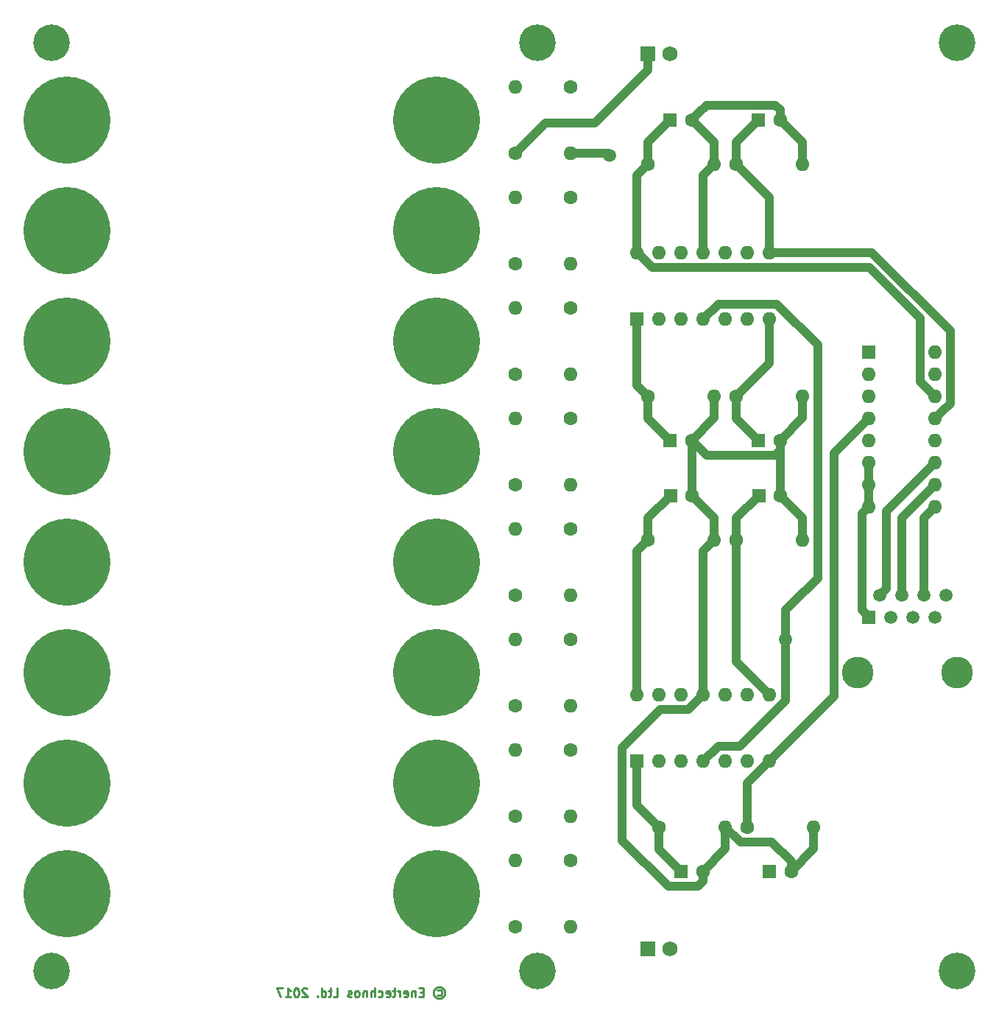
<source format=gbr>
G04 #@! TF.FileFunction,Copper,L2,Bot,Signal*
%FSLAX46Y46*%
G04 Gerber Fmt 4.6, Leading zero omitted, Abs format (unit mm)*
G04 Created by KiCad (PCBNEW 4.0.7) date 01/04/18 14:51:34*
%MOMM*%
%LPD*%
G01*
G04 APERTURE LIST*
%ADD10C,0.100000*%
%ADD11C,0.250000*%
%ADD12C,4.200000*%
%ADD13C,3.650000*%
%ADD14R,1.500000X1.500000*%
%ADD15C,1.500000*%
%ADD16R,1.600000X1.600000*%
%ADD17O,1.600000X1.600000*%
%ADD18C,1.600000*%
%ADD19R,1.750000X1.750000*%
%ADD20C,1.750000*%
%ADD21C,10.000000*%
%ADD22C,1.000000*%
G04 APERTURE END LIST*
D10*
D11*
X49425716Y1579524D02*
X49520954Y1627143D01*
X49711430Y1627143D01*
X49806668Y1579524D01*
X49901906Y1484286D01*
X49949525Y1389048D01*
X49949525Y1198571D01*
X49901906Y1103333D01*
X49806668Y1008095D01*
X49711430Y960476D01*
X49520954Y960476D01*
X49425716Y1008095D01*
X49616192Y1960476D02*
X49854287Y1912857D01*
X50092383Y1770000D01*
X50235240Y1531905D01*
X50282859Y1293810D01*
X50235240Y1055714D01*
X50092383Y817619D01*
X49854287Y674762D01*
X49616192Y627143D01*
X49378097Y674762D01*
X49140002Y817619D01*
X48997145Y1055714D01*
X48949525Y1293810D01*
X48997145Y1531905D01*
X49140002Y1770000D01*
X49378097Y1912857D01*
X49616192Y1960476D01*
X47759049Y1341429D02*
X47425715Y1341429D01*
X47282858Y817619D02*
X47759049Y817619D01*
X47759049Y1817619D01*
X47282858Y1817619D01*
X46854287Y1484286D02*
X46854287Y817619D01*
X46854287Y1389048D02*
X46806668Y1436667D01*
X46711430Y1484286D01*
X46568572Y1484286D01*
X46473334Y1436667D01*
X46425715Y1341429D01*
X46425715Y817619D01*
X45568572Y865238D02*
X45663810Y817619D01*
X45854287Y817619D01*
X45949525Y865238D01*
X45997144Y960476D01*
X45997144Y1341429D01*
X45949525Y1436667D01*
X45854287Y1484286D01*
X45663810Y1484286D01*
X45568572Y1436667D01*
X45520953Y1341429D01*
X45520953Y1246190D01*
X45997144Y1150952D01*
X45092382Y817619D02*
X45092382Y1484286D01*
X45092382Y1293810D02*
X45044763Y1389048D01*
X44997144Y1436667D01*
X44901906Y1484286D01*
X44806667Y1484286D01*
X44616191Y1484286D02*
X44235239Y1484286D01*
X44473334Y1817619D02*
X44473334Y960476D01*
X44425715Y865238D01*
X44330477Y817619D01*
X44235239Y817619D01*
X43520952Y865238D02*
X43616190Y817619D01*
X43806667Y817619D01*
X43901905Y865238D01*
X43949524Y960476D01*
X43949524Y1341429D01*
X43901905Y1436667D01*
X43806667Y1484286D01*
X43616190Y1484286D01*
X43520952Y1436667D01*
X43473333Y1341429D01*
X43473333Y1246190D01*
X43949524Y1150952D01*
X42616190Y865238D02*
X42711428Y817619D01*
X42901905Y817619D01*
X42997143Y865238D01*
X43044762Y912857D01*
X43092381Y1008095D01*
X43092381Y1293810D01*
X43044762Y1389048D01*
X42997143Y1436667D01*
X42901905Y1484286D01*
X42711428Y1484286D01*
X42616190Y1436667D01*
X42187619Y817619D02*
X42187619Y1817619D01*
X41759047Y817619D02*
X41759047Y1341429D01*
X41806666Y1436667D01*
X41901904Y1484286D01*
X42044762Y1484286D01*
X42140000Y1436667D01*
X42187619Y1389048D01*
X41282857Y1484286D02*
X41282857Y817619D01*
X41282857Y1389048D02*
X41235238Y1436667D01*
X41140000Y1484286D01*
X40997142Y1484286D01*
X40901904Y1436667D01*
X40854285Y1341429D01*
X40854285Y817619D01*
X40235238Y817619D02*
X40330476Y865238D01*
X40378095Y912857D01*
X40425714Y1008095D01*
X40425714Y1293810D01*
X40378095Y1389048D01*
X40330476Y1436667D01*
X40235238Y1484286D01*
X40092380Y1484286D01*
X39997142Y1436667D01*
X39949523Y1389048D01*
X39901904Y1293810D01*
X39901904Y1008095D01*
X39949523Y912857D01*
X39997142Y865238D01*
X40092380Y817619D01*
X40235238Y817619D01*
X39520952Y865238D02*
X39425714Y817619D01*
X39235238Y817619D01*
X39139999Y865238D01*
X39092380Y960476D01*
X39092380Y1008095D01*
X39139999Y1103333D01*
X39235238Y1150952D01*
X39378095Y1150952D01*
X39473333Y1198571D01*
X39520952Y1293810D01*
X39520952Y1341429D01*
X39473333Y1436667D01*
X39378095Y1484286D01*
X39235238Y1484286D01*
X39139999Y1436667D01*
X37425713Y817619D02*
X37901904Y817619D01*
X37901904Y1817619D01*
X37235237Y1484286D02*
X36854285Y1484286D01*
X37092380Y1817619D02*
X37092380Y960476D01*
X37044761Y865238D01*
X36949523Y817619D01*
X36854285Y817619D01*
X36092379Y817619D02*
X36092379Y1817619D01*
X36092379Y865238D02*
X36187617Y817619D01*
X36378094Y817619D01*
X36473332Y865238D01*
X36520951Y912857D01*
X36568570Y1008095D01*
X36568570Y1293810D01*
X36520951Y1389048D01*
X36473332Y1436667D01*
X36378094Y1484286D01*
X36187617Y1484286D01*
X36092379Y1436667D01*
X35616189Y912857D02*
X35568570Y865238D01*
X35616189Y817619D01*
X35663808Y865238D01*
X35616189Y912857D01*
X35616189Y817619D01*
X34425713Y1722381D02*
X34378094Y1770000D01*
X34282856Y1817619D01*
X34044760Y1817619D01*
X33949522Y1770000D01*
X33901903Y1722381D01*
X33854284Y1627143D01*
X33854284Y1531905D01*
X33901903Y1389048D01*
X34473332Y817619D01*
X33854284Y817619D01*
X33235237Y1817619D02*
X33139998Y1817619D01*
X33044760Y1770000D01*
X32997141Y1722381D01*
X32949522Y1627143D01*
X32901903Y1436667D01*
X32901903Y1198571D01*
X32949522Y1008095D01*
X32997141Y912857D01*
X33044760Y865238D01*
X33139998Y817619D01*
X33235237Y817619D01*
X33330475Y865238D01*
X33378094Y912857D01*
X33425713Y1008095D01*
X33473332Y1198571D01*
X33473332Y1436667D01*
X33425713Y1627143D01*
X33378094Y1722381D01*
X33330475Y1770000D01*
X33235237Y1817619D01*
X31949522Y817619D02*
X32520951Y817619D01*
X32235237Y817619D02*
X32235237Y1817619D01*
X32330475Y1674762D01*
X32425713Y1579524D01*
X32520951Y1531905D01*
X31616189Y1817619D02*
X30949522Y1817619D01*
X31378094Y817619D01*
D12*
X60960000Y3810000D03*
X60960000Y110490000D03*
X5080000Y110490000D03*
X109220000Y110490000D03*
X109220000Y3810000D03*
D13*
X109220000Y38100000D03*
X97790000Y38100000D03*
D14*
X99060000Y44450000D03*
D15*
X100330000Y46990000D03*
X101600000Y44450000D03*
X102870000Y46990000D03*
X104140000Y44450000D03*
X105410000Y46990000D03*
X106680000Y44450000D03*
X107950000Y46990000D03*
D16*
X72390000Y27940000D03*
D17*
X87630000Y35560000D03*
X74930000Y27940000D03*
X85090000Y35560000D03*
X77470000Y27940000D03*
X82550000Y35560000D03*
X80010000Y27940000D03*
X80010000Y35560000D03*
X82550000Y27940000D03*
X77470000Y35560000D03*
X85090000Y27940000D03*
X74930000Y35560000D03*
X87630000Y27940000D03*
X72390000Y35560000D03*
D18*
X58420000Y59690000D03*
D17*
X58420000Y67310000D03*
D18*
X64770000Y67310000D03*
D17*
X64770000Y59690000D03*
D18*
X58420000Y72390000D03*
D17*
X58420000Y80010000D03*
D18*
X64770000Y80010000D03*
D17*
X64770000Y72390000D03*
D18*
X58420000Y85090000D03*
D17*
X58420000Y92710000D03*
D18*
X64770000Y92710000D03*
D17*
X64770000Y85090000D03*
D18*
X58420000Y97790000D03*
D17*
X58420000Y105410000D03*
D18*
X64770000Y105410000D03*
D17*
X64770000Y97790000D03*
D18*
X58420000Y8890000D03*
D17*
X58420000Y16510000D03*
D18*
X64770000Y16510000D03*
D17*
X64770000Y8890000D03*
D18*
X58420000Y21590000D03*
D17*
X58420000Y29210000D03*
D18*
X64770000Y29210000D03*
D17*
X64770000Y21590000D03*
D18*
X58420000Y34290000D03*
D17*
X58420000Y41910000D03*
D18*
X64770000Y41910000D03*
D17*
X64770000Y34290000D03*
D18*
X58420000Y46990000D03*
D17*
X58420000Y54610000D03*
D18*
X64770000Y54610000D03*
D17*
X64770000Y46990000D03*
D16*
X72390000Y78740000D03*
D17*
X87630000Y86360000D03*
X74930000Y78740000D03*
X85090000Y86360000D03*
X77470000Y78740000D03*
X82550000Y86360000D03*
X80010000Y78740000D03*
X80010000Y86360000D03*
X82550000Y78740000D03*
X77470000Y86360000D03*
X85090000Y78740000D03*
X74930000Y86360000D03*
X87630000Y78740000D03*
X72390000Y86360000D03*
D12*
X5080000Y3810000D03*
D16*
X86360000Y64770000D03*
D18*
X88860000Y64770000D03*
D16*
X76200000Y64770000D03*
D18*
X78700000Y64770000D03*
D16*
X76200000Y101600000D03*
D18*
X78700000Y101600000D03*
D16*
X86360000Y101600000D03*
D18*
X88860000Y101600000D03*
D16*
X87630000Y15240000D03*
D18*
X90130000Y15240000D03*
D16*
X77470000Y15240000D03*
D18*
X79970000Y15240000D03*
D16*
X76240000Y58420000D03*
D18*
X78740000Y58420000D03*
D16*
X86400000Y58420000D03*
D18*
X88900000Y58420000D03*
D19*
X73660000Y109220000D03*
D20*
X76160000Y109220000D03*
D18*
X83820000Y69850000D03*
D17*
X91440000Y69850000D03*
D18*
X73660000Y69850000D03*
D17*
X81280000Y69850000D03*
D18*
X73660000Y96520000D03*
D17*
X81280000Y96520000D03*
D18*
X83820000Y96520000D03*
D17*
X91440000Y96520000D03*
D18*
X85090000Y20320000D03*
D17*
X92710000Y20320000D03*
D18*
X74930000Y20320000D03*
D17*
X82550000Y20320000D03*
D18*
X73660000Y53340000D03*
D17*
X81280000Y53340000D03*
D18*
X83820000Y53340000D03*
D17*
X91440000Y53340000D03*
D19*
X73660000Y6350000D03*
D20*
X76160000Y6350000D03*
D21*
X49350000Y101600000D03*
X6850000Y101600000D03*
X49350000Y88900000D03*
X6850000Y88900000D03*
X49350000Y76200000D03*
X6850000Y76200000D03*
X49350000Y63500000D03*
X6850000Y63500000D03*
X49350000Y50800000D03*
X6850000Y50800000D03*
X49350000Y38100000D03*
X6850000Y38100000D03*
X49350000Y25400000D03*
X6850000Y25400000D03*
X49350000Y12700000D03*
X6850000Y12700000D03*
D16*
X99060000Y74930000D03*
D17*
X106680000Y57150000D03*
X99060000Y72390000D03*
X106680000Y59690000D03*
X99060000Y69850000D03*
X106680000Y62230000D03*
X99060000Y67310000D03*
X106680000Y64770000D03*
X99060000Y64770000D03*
X106680000Y67310000D03*
X99060000Y62230000D03*
X106680000Y69850000D03*
X99060000Y59690000D03*
X106680000Y72390000D03*
X99060000Y57150000D03*
X106680000Y74930000D03*
D15*
X69228556Y97485043D03*
X89458373Y41910000D03*
D22*
X73660000Y109220000D02*
X73660000Y107345000D01*
X73660000Y107345000D02*
X67557494Y101242494D01*
X67557494Y101242494D02*
X61872494Y101242494D01*
X61872494Y101242494D02*
X58420000Y97790000D01*
X68923599Y97790000D02*
X69228556Y97485043D01*
X64770000Y97790000D02*
X68923599Y97790000D01*
X99060000Y59690000D02*
X99060000Y57150000D01*
X99060000Y62230000D02*
X99060000Y59690000D01*
X99060000Y44450000D02*
X98260001Y45249999D01*
X98260001Y45249999D02*
X98260001Y56350001D01*
X98260001Y56350001D02*
X99060000Y57150000D01*
X80010000Y35560000D02*
X78309999Y33859999D01*
X75949999Y13539999D02*
X79401369Y13539999D01*
X78309999Y33859999D02*
X75089997Y33859999D01*
X75089997Y33859999D02*
X70689999Y29460001D01*
X70689999Y29460001D02*
X70689999Y18799999D01*
X70689999Y18799999D02*
X75949999Y13539999D01*
X79401369Y13539999D02*
X79970000Y14108630D01*
X79970000Y14108630D02*
X79970000Y15240000D01*
X80010000Y86360000D02*
X80010000Y95250000D01*
X80010000Y95250000D02*
X81280000Y96520000D01*
X78740000Y58420000D02*
X78740000Y64730000D01*
X78740000Y64730000D02*
X78700000Y64770000D01*
X88900000Y58420000D02*
X88900000Y64730000D01*
X88900000Y64730000D02*
X88860000Y64770000D01*
X91440000Y53340000D02*
X91440000Y55880000D01*
X91440000Y55880000D02*
X88900000Y58420000D01*
X81280000Y53340000D02*
X81280000Y55880000D01*
X81280000Y55880000D02*
X78740000Y58420000D01*
X80010000Y35560000D02*
X80010000Y52070000D01*
X80010000Y52070000D02*
X81280000Y53340000D01*
X88860000Y101600000D02*
X88860000Y102731370D01*
X88860000Y102731370D02*
X88291369Y103300001D01*
X88291369Y103300001D02*
X80400001Y103300001D01*
X80400001Y103300001D02*
X79499999Y102399999D01*
X79499999Y102399999D02*
X78700000Y101600000D01*
X91440000Y96520000D02*
X91440000Y99020000D01*
X91440000Y99020000D02*
X88860000Y101600000D01*
X81280000Y96520000D02*
X81280000Y99020000D01*
X81280000Y99020000D02*
X78700000Y101600000D01*
X82550000Y20320000D02*
X84250001Y18619999D01*
X84250001Y18619999D02*
X87881371Y18619999D01*
X87881371Y18619999D02*
X90130000Y16371370D01*
X90130000Y16371370D02*
X90130000Y15240000D01*
X92710000Y20320000D02*
X92710000Y17820000D01*
X92710000Y17820000D02*
X90130000Y15240000D01*
X82550000Y20320000D02*
X82550000Y17820000D01*
X82550000Y17820000D02*
X79970000Y15240000D01*
X88291369Y63069999D02*
X82550000Y63069999D01*
X82550000Y63069999D02*
X80400001Y63069999D01*
X88860000Y64770000D02*
X88860000Y63638630D01*
X88860000Y63638630D02*
X88291369Y63069999D01*
X80400001Y63069999D02*
X79499999Y63970001D01*
X79499999Y63970001D02*
X78700000Y64770000D01*
X91440000Y69850000D02*
X91440000Y67350000D01*
X91440000Y67350000D02*
X88860000Y64770000D01*
X81280000Y69850000D02*
X81280000Y67350000D01*
X81280000Y67350000D02*
X78700000Y64770000D01*
X100330000Y46990000D02*
X101079999Y47739999D01*
X101079999Y47739999D02*
X101079999Y56629999D01*
X101079999Y56629999D02*
X105880001Y61430001D01*
X105880001Y61430001D02*
X106680000Y62230000D01*
X102870000Y46990000D02*
X102870000Y55880000D01*
X102870000Y55880000D02*
X106680000Y59690000D01*
X105410000Y46990000D02*
X105410000Y55880000D01*
X105410000Y55880000D02*
X106680000Y57150000D01*
X87630000Y35560000D02*
X83820000Y39370000D01*
X83820000Y39370000D02*
X83820000Y52208630D01*
X83820000Y52208630D02*
X83820000Y53340000D01*
X83820000Y53340000D02*
X83820000Y55840000D01*
X83820000Y55840000D02*
X86400000Y58420000D01*
X72390000Y27940000D02*
X72390000Y22860000D01*
X72390000Y22860000D02*
X74930000Y20320000D01*
X74930000Y20320000D02*
X74930000Y17780000D01*
X74930000Y17780000D02*
X77470000Y15240000D01*
X85090000Y20320000D02*
X85090000Y25400000D01*
X85090000Y25400000D02*
X87630000Y27940000D01*
X99060000Y67310000D02*
X95064999Y63314999D01*
X95064999Y63314999D02*
X95064999Y35374999D01*
X95064999Y35374999D02*
X88429999Y28739999D01*
X88429999Y28739999D02*
X87630000Y27940000D01*
X83820000Y69850000D02*
X83820000Y67310000D01*
X83820000Y67310000D02*
X86360000Y64770000D01*
X87630000Y78740000D02*
X87630000Y73660000D01*
X87630000Y73660000D02*
X83820000Y69850000D01*
X73660000Y53340000D02*
X73660000Y55840000D01*
X73660000Y55840000D02*
X76240000Y58420000D01*
X72390000Y35560000D02*
X72390000Y52070000D01*
X72390000Y52070000D02*
X73660000Y53340000D01*
X87630000Y86360000D02*
X99374723Y86360000D01*
X107479999Y68109999D02*
X106680000Y67310000D01*
X108380001Y69010001D02*
X107479999Y68109999D01*
X108380001Y77354722D02*
X108380001Y69010001D01*
X99374723Y86360000D02*
X108380001Y77354722D01*
X87630000Y86360000D02*
X87630000Y92710000D01*
X87630000Y92710000D02*
X83820000Y96520000D01*
X83820000Y96520000D02*
X83820000Y99060000D01*
X83820000Y99060000D02*
X86360000Y101600000D01*
X106680000Y69850000D02*
X104979999Y71550001D01*
X104979999Y71550001D02*
X104979999Y78774810D01*
X104979999Y78774810D02*
X99094810Y84659999D01*
X99094810Y84659999D02*
X74090001Y84659999D01*
X73189999Y85560001D02*
X72390000Y86360000D01*
X74090001Y84659999D02*
X73189999Y85560001D01*
X72390000Y86360000D02*
X72390000Y95250000D01*
X72390000Y95250000D02*
X73660000Y96520000D01*
X73660000Y96520000D02*
X73660000Y99060000D01*
X73660000Y99060000D02*
X76200000Y101600000D01*
X73660000Y69850000D02*
X73660000Y67310000D01*
X73660000Y67310000D02*
X76200000Y64770000D01*
X72390000Y78740000D02*
X72390000Y71120000D01*
X72390000Y71120000D02*
X73660000Y69850000D01*
X89458373Y34860060D02*
X89458373Y41910000D01*
X89458373Y41910000D02*
X89458373Y44210060D01*
X84238314Y29640001D02*
X89458373Y34860060D01*
X80010000Y27940000D02*
X81710001Y29640001D01*
X93147450Y48959797D02*
X90208372Y46020719D01*
X81710001Y29640001D02*
X84238314Y29640001D01*
X93147450Y75738552D02*
X93147450Y48959797D01*
X88446001Y80440001D02*
X93147450Y75738552D01*
X89458373Y44210060D02*
X89458373Y45270720D01*
X81710001Y80440001D02*
X88446001Y80440001D01*
X80010000Y78740000D02*
X81710001Y80440001D01*
X90208372Y46020719D02*
X89458373Y45270720D01*
M02*

</source>
